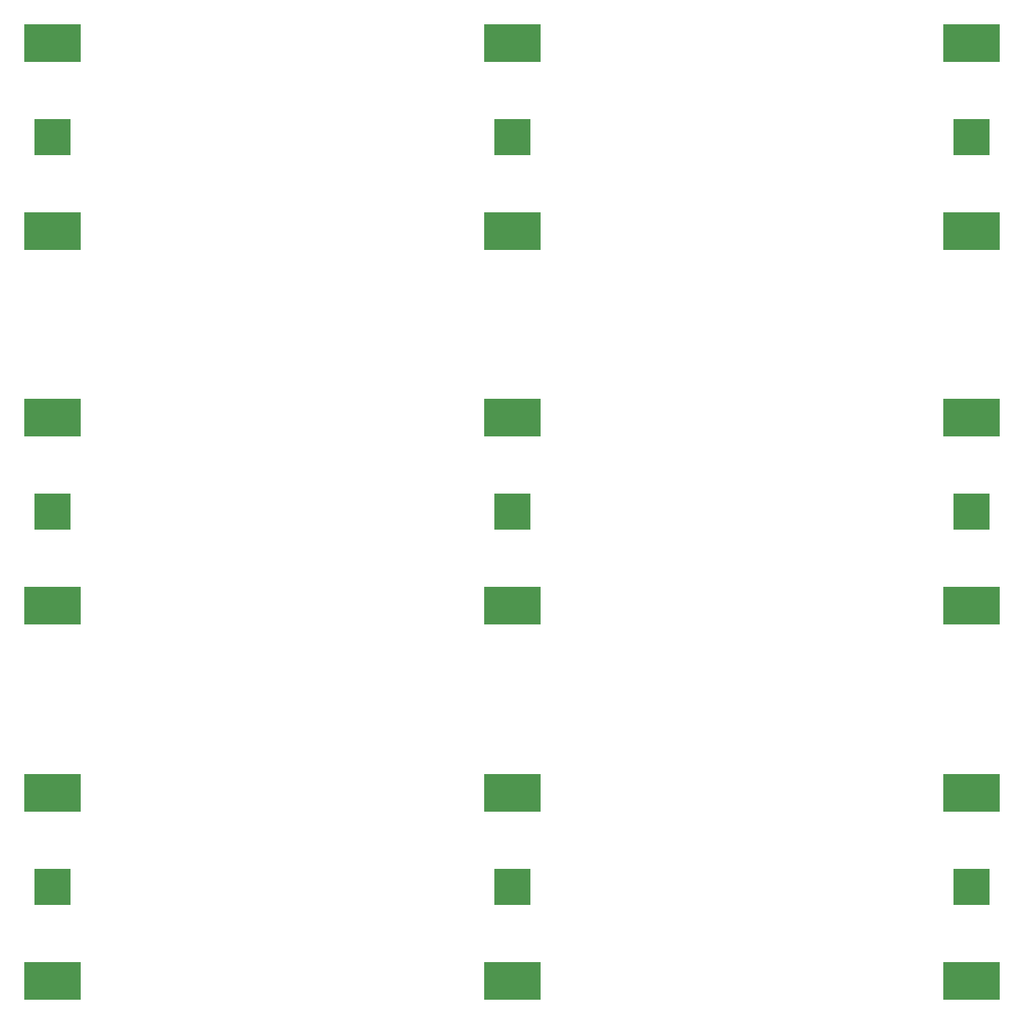
<source format=gbp>
G04 EAGLE Gerber RS-274X export*
G75*
%MOMM*%
%FSLAX34Y34*%
%LPD*%
%INSolderpaste Bottom*%
%IPPOS*%
%AMOC8*
5,1,8,0,0,1.08239X$1,22.5*%
G01*
%ADD10R,4.000000X4.000000*%
%ADD11R,6.096000X4.064000*%


D10*
X105000Y200000D03*
D11*
X105000Y98400D03*
X105000Y301600D03*
D10*
X601520Y200000D03*
D11*
X601520Y98400D03*
X601520Y301600D03*
D10*
X1098040Y200000D03*
D11*
X1098040Y98400D03*
X1098040Y301600D03*
D10*
X105000Y605080D03*
D11*
X105000Y503480D03*
X105000Y706680D03*
D10*
X601520Y605080D03*
D11*
X601520Y503480D03*
X601520Y706680D03*
D10*
X1098040Y605080D03*
D11*
X1098040Y503480D03*
X1098040Y706680D03*
D10*
X105000Y1010160D03*
D11*
X105000Y908560D03*
X105000Y1111760D03*
D10*
X601520Y1010160D03*
D11*
X601520Y908560D03*
X601520Y1111760D03*
D10*
X1098040Y1010160D03*
D11*
X1098040Y908560D03*
X1098040Y1111760D03*
M02*

</source>
